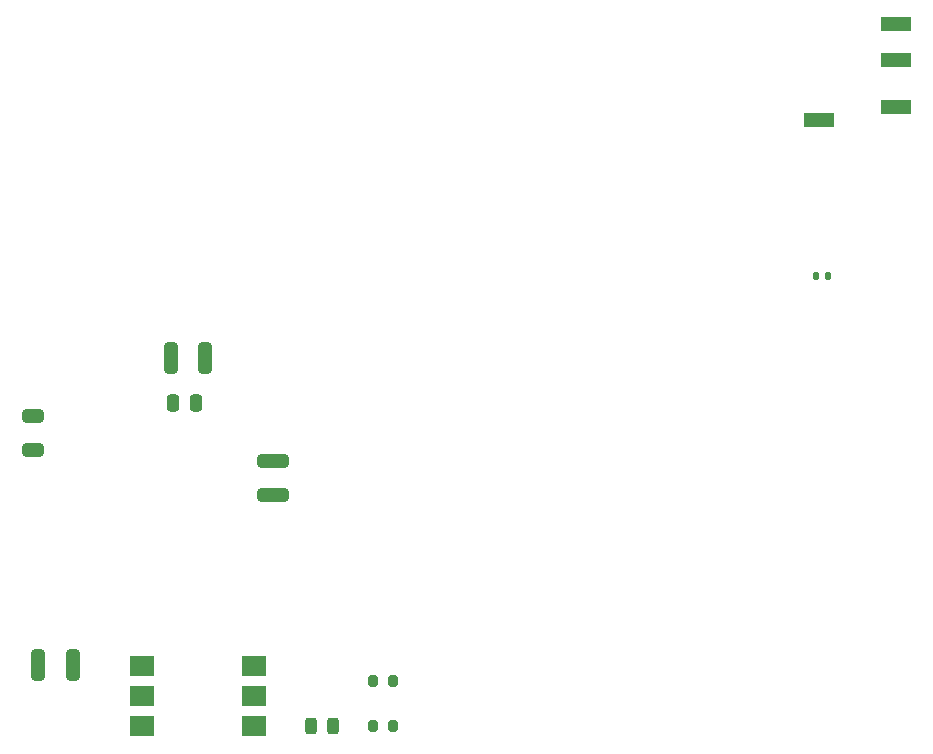
<source format=gbr>
%TF.GenerationSoftware,KiCad,Pcbnew,(7.0.0-0)*%
%TF.CreationDate,2023-11-16T12:34:27+01:00*%
%TF.ProjectId,bed-smart-plug,6265642d-736d-4617-9274-2d706c75672e,rev?*%
%TF.SameCoordinates,Original*%
%TF.FileFunction,Paste,Top*%
%TF.FilePolarity,Positive*%
%FSLAX46Y46*%
G04 Gerber Fmt 4.6, Leading zero omitted, Abs format (unit mm)*
G04 Created by KiCad (PCBNEW (7.0.0-0)) date 2023-11-16 12:34:27*
%MOMM*%
%LPD*%
G01*
G04 APERTURE LIST*
G04 Aperture macros list*
%AMRoundRect*
0 Rectangle with rounded corners*
0 $1 Rounding radius*
0 $2 $3 $4 $5 $6 $7 $8 $9 X,Y pos of 4 corners*
0 Add a 4 corners polygon primitive as box body*
4,1,4,$2,$3,$4,$5,$6,$7,$8,$9,$2,$3,0*
0 Add four circle primitives for the rounded corners*
1,1,$1+$1,$2,$3*
1,1,$1+$1,$4,$5*
1,1,$1+$1,$6,$7*
1,1,$1+$1,$8,$9*
0 Add four rect primitives between the rounded corners*
20,1,$1+$1,$2,$3,$4,$5,0*
20,1,$1+$1,$4,$5,$6,$7,0*
20,1,$1+$1,$6,$7,$8,$9,0*
20,1,$1+$1,$8,$9,$2,$3,0*%
G04 Aperture macros list end*
%ADD10RoundRect,0.250000X-0.312500X-1.075000X0.312500X-1.075000X0.312500X1.075000X-0.312500X1.075000X0*%
%ADD11RoundRect,0.250000X1.075000X-0.312500X1.075000X0.312500X-1.075000X0.312500X-1.075000X-0.312500X0*%
%ADD12RoundRect,0.200000X0.200000X0.275000X-0.200000X0.275000X-0.200000X-0.275000X0.200000X-0.275000X0*%
%ADD13RoundRect,0.250000X0.650000X-0.325000X0.650000X0.325000X-0.650000X0.325000X-0.650000X-0.325000X0*%
%ADD14RoundRect,0.243750X-0.243750X-0.456250X0.243750X-0.456250X0.243750X0.456250X-0.243750X0.456250X0*%
%ADD15RoundRect,0.200000X-0.200000X-0.275000X0.200000X-0.275000X0.200000X0.275000X-0.200000X0.275000X0*%
%ADD16RoundRect,0.250000X0.250000X0.475000X-0.250000X0.475000X-0.250000X-0.475000X0.250000X-0.475000X0*%
%ADD17RoundRect,0.135000X0.135000X0.185000X-0.135000X0.185000X-0.135000X-0.185000X0.135000X-0.185000X0*%
%ADD18R,2.500000X1.200000*%
%ADD19R,2.000000X1.780000*%
G04 APERTURE END LIST*
D10*
%TO.C,R5*%
X39812500Y-99045000D03*
X42737500Y-99045000D03*
%TD*%
D11*
%TO.C,R4*%
X59690000Y-84647500D03*
X59690000Y-81722500D03*
%TD*%
D12*
%TO.C,R2*%
X69850000Y-104140000D03*
X68200000Y-104140000D03*
%TD*%
D13*
%TO.C,C1*%
X39370000Y-80850000D03*
X39370000Y-77900000D03*
%TD*%
D10*
%TO.C,R6*%
X51050000Y-73025000D03*
X53975000Y-73025000D03*
%TD*%
D14*
%TO.C,D1*%
X62895000Y-104140000D03*
X64770000Y-104140000D03*
%TD*%
D15*
%TO.C,R3*%
X68200000Y-100330000D03*
X69850000Y-100330000D03*
%TD*%
D16*
%TO.C,C2*%
X53142500Y-76835000D03*
X51242500Y-76835000D03*
%TD*%
D17*
%TO.C,R1*%
X106680000Y-66040000D03*
X105660000Y-66040000D03*
%TD*%
D18*
%TO.C,J3*%
X112469999Y-47779999D03*
X112469999Y-44779999D03*
X105969999Y-52879999D03*
X112469999Y-51779999D03*
%TD*%
D19*
%TO.C,U3*%
X48574999Y-99059999D03*
X48574999Y-101599999D03*
X48574999Y-104139999D03*
X58104999Y-104139999D03*
X58104999Y-101599999D03*
X58104999Y-99059999D03*
%TD*%
M02*

</source>
